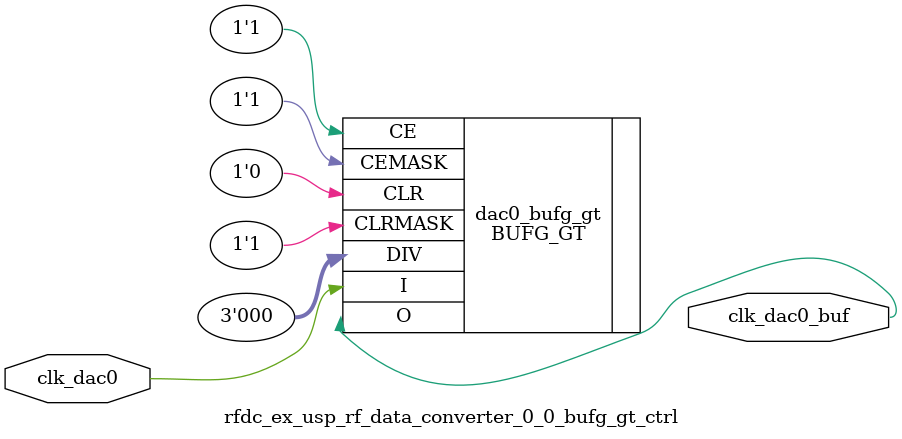
<source format=v>

`timescale 1ns / 1ps

(* DowngradeIPIdentifiedWarnings="yes" *)
module rfdc_ex_usp_rf_data_converter_0_0_bufg_gt_ctrl (
  // DAC Fabric Feedback Clock for Tile 0
  input    clk_dac0,
  output   clk_dac0_buf
      
);

  BUFG_GT dac0_bufg_gt
  (
    .I       (clk_dac0),
    .CE      (1'b1),
    .CEMASK  (1'b1),
    .CLR     (1'b0),
    .CLRMASK (1'b1),
    .DIV     (3'b000),
    .O       (clk_dac0_buf)
  );  

 
endmodule

</source>
